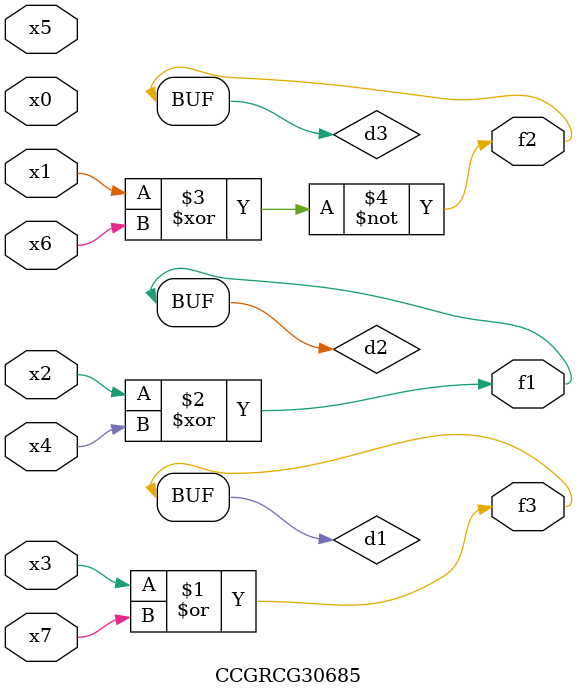
<source format=v>
module CCGRCG30685(
	input x0, x1, x2, x3, x4, x5, x6, x7,
	output f1, f2, f3
);

	wire d1, d2, d3;

	or (d1, x3, x7);
	xor (d2, x2, x4);
	xnor (d3, x1, x6);
	assign f1 = d2;
	assign f2 = d3;
	assign f3 = d1;
endmodule

</source>
